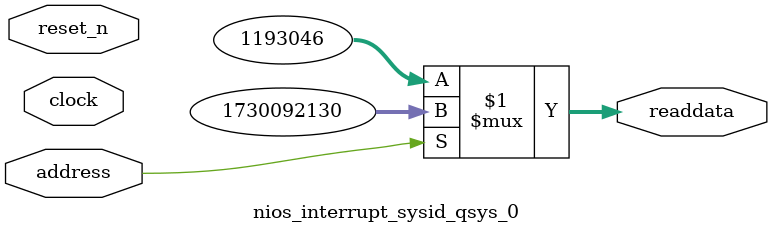
<source format=v>



// synthesis translate_off
`timescale 1ns / 1ps
// synthesis translate_on

// turn off superfluous verilog processor warnings 
// altera message_level Level1 
// altera message_off 10034 10035 10036 10037 10230 10240 10030 

module nios_interrupt_sysid_qsys_0 (
               // inputs:
                address,
                clock,
                reset_n,

               // outputs:
                readdata
             )
;

  output  [ 31: 0] readdata;
  input            address;
  input            clock;
  input            reset_n;

  wire    [ 31: 0] readdata;
  //control_slave, which is an e_avalon_slave
  assign readdata = address ? 1730092130 : 1193046;

endmodule



</source>
